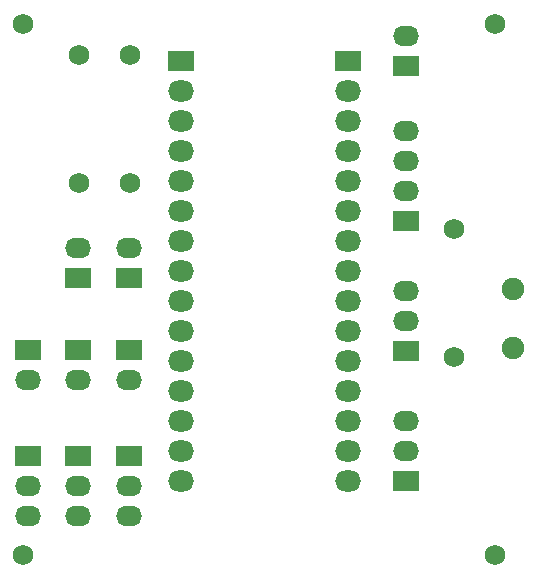
<source format=gbr>
G04*
G04 #@! TF.GenerationSoftware,Altium Limited,Altium Designer,25.8.1 (18)*
G04*
G04 Layer_Color=8388736*
%FSLAX25Y25*%
%MOIN*%
G70*
G04*
G04 #@! TF.SameCoordinates,8EC05070-4222-424C-B7D2-10FEA1704A48*
G04*
G04*
G04 #@! TF.FilePolarity,Negative*
G04*
G01*
G75*
%ADD12O,0.08674X0.07099*%
%ADD13R,0.08674X0.07099*%
%ADD14O,0.08674X0.06706*%
%ADD15R,0.08674X0.06706*%
%ADD16C,0.06800*%
%ADD17C,0.07493*%
D12*
X439000Y316000D02*
D03*
Y326000D02*
D03*
Y336000D02*
D03*
Y346000D02*
D03*
Y356000D02*
D03*
Y366000D02*
D03*
Y376000D02*
D03*
Y386000D02*
D03*
Y396000D02*
D03*
Y406000D02*
D03*
Y416000D02*
D03*
Y426000D02*
D03*
Y436000D02*
D03*
Y446000D02*
D03*
X383500Y316000D02*
D03*
Y326000D02*
D03*
Y336000D02*
D03*
Y346000D02*
D03*
Y356000D02*
D03*
Y366000D02*
D03*
Y376000D02*
D03*
Y386000D02*
D03*
Y396000D02*
D03*
Y406000D02*
D03*
Y416000D02*
D03*
Y426000D02*
D03*
Y436000D02*
D03*
Y446000D02*
D03*
D13*
X439000Y456000D02*
D03*
X383500D02*
D03*
D14*
X458500Y464500D02*
D03*
X332500Y304500D02*
D03*
Y314500D02*
D03*
X458500Y336000D02*
D03*
Y326000D02*
D03*
Y379333D02*
D03*
Y369333D02*
D03*
X348929Y304500D02*
D03*
Y314500D02*
D03*
X365929Y349823D02*
D03*
X348929D02*
D03*
X332500D02*
D03*
X365929Y393645D02*
D03*
X348929D02*
D03*
X458500Y412667D02*
D03*
Y422667D02*
D03*
Y432667D02*
D03*
X365929Y304500D02*
D03*
Y314500D02*
D03*
D15*
X458500Y454500D02*
D03*
X332500Y324500D02*
D03*
X458500Y316000D02*
D03*
Y359333D02*
D03*
X348929Y324500D02*
D03*
X365929Y359823D02*
D03*
X348929D02*
D03*
X332500D02*
D03*
X365929Y383645D02*
D03*
X348929D02*
D03*
X458500Y402667D02*
D03*
X365929Y324500D02*
D03*
D16*
X488189Y291339D02*
D03*
Y468504D02*
D03*
X330709Y291339D02*
D03*
Y468504D02*
D03*
X474528Y399859D02*
D03*
Y357340D02*
D03*
X366215Y457994D02*
D03*
Y415474D02*
D03*
X349215Y457994D02*
D03*
Y415474D02*
D03*
D17*
X494000Y360239D02*
D03*
Y379924D02*
D03*
M02*

</source>
